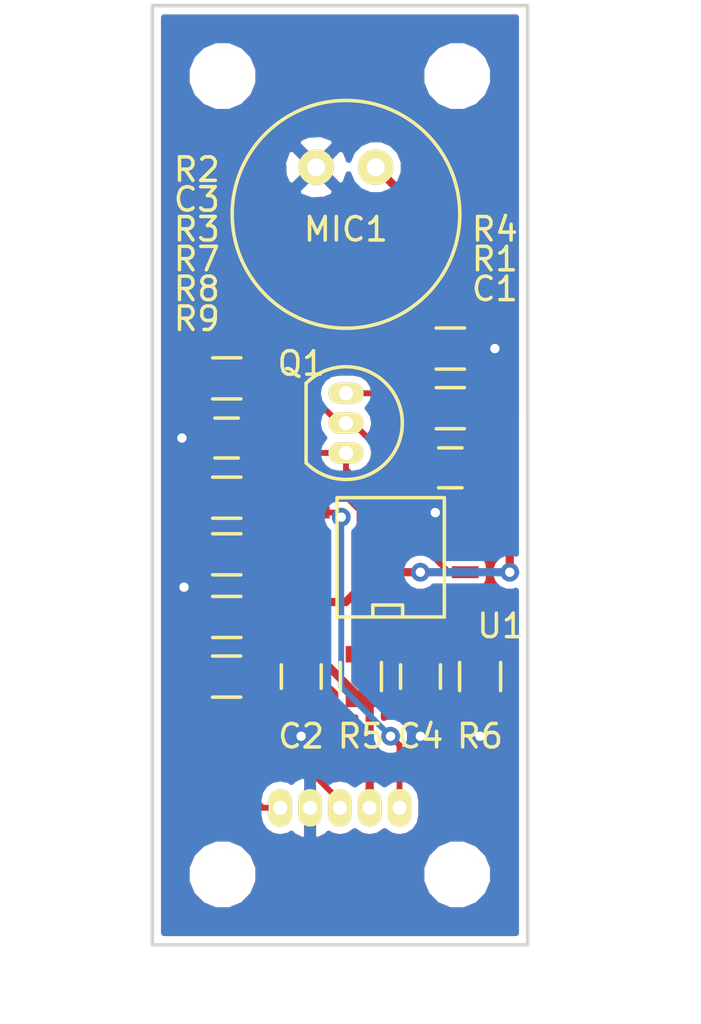
<source format=kicad_pcb>
(kicad_pcb (version 4) (host pcbnew "(2016-07-02 BZR 6962)-product")

  (general
    (links 33)
    (no_connects 5)
    (area 42.262857 52.1825 76.250001 98.745001)
    (thickness 1.6)
    (drawings 6)
    (tracks 114)
    (zones 0)
    (modules 21)
    (nets 12)
  )

  (page A4)
  (layers
    (0 F.Cu signal)
    (31 B.Cu signal)
    (32 B.Adhes user)
    (33 F.Adhes user)
    (34 B.Paste user)
    (35 F.Paste user)
    (36 B.SilkS user)
    (37 F.SilkS user)
    (38 B.Mask user)
    (39 F.Mask user)
    (40 Dwgs.User user)
    (41 Cmts.User user)
    (42 Eco1.User user)
    (43 Eco2.User user)
    (44 Edge.Cuts user)
    (45 Margin user)
    (46 B.CrtYd user)
    (47 F.CrtYd user)
    (48 B.Fab user)
    (49 F.Fab user)
  )

  (setup
    (last_trace_width 0.35)
    (user_trace_width 0.25)
    (user_trace_width 0.35)
    (trace_clearance 0.2)
    (zone_clearance 0.3)
    (zone_45_only no)
    (trace_min 0.15)
    (segment_width 0.2)
    (edge_width 0.15)
    (via_size 0.8)
    (via_drill 0.4)
    (via_min_size 0.4)
    (via_min_drill 0.3)
    (uvia_size 0.3)
    (uvia_drill 0.1)
    (uvias_allowed no)
    (uvia_min_size 0)
    (uvia_min_drill 0)
    (pcb_text_width 0.3)
    (pcb_text_size 1.5 1.5)
    (mod_edge_width 0.15)
    (mod_text_size 1 1)
    (mod_text_width 0.15)
    (pad_size 1.524 1.524)
    (pad_drill 0.762)
    (pad_to_mask_clearance 0.2)
    (aux_axis_origin 0 0)
    (visible_elements FFFEFF7F)
    (pcbplotparams
      (layerselection 0x00030_ffffffff)
      (usegerberextensions false)
      (excludeedgelayer true)
      (linewidth 0.100000)
      (plotframeref false)
      (viasonmask false)
      (mode 1)
      (useauxorigin false)
      (hpglpennumber 1)
      (hpglpenspeed 20)
      (hpglpendiameter 15)
      (psnegative false)
      (psa4output false)
      (plotreference true)
      (plotvalue true)
      (plotinvisibletext false)
      (padsonsilk false)
      (subtractmaskfromsilk false)
      (outputformat 1)
      (mirror false)
      (drillshape 1)
      (scaleselection 1)
      (outputdirectory ""))
  )

  (net 0 "")
  (net 1 /CLK)
  (net 2 GND)
  (net 3 /DATA)
  (net 4 VCC)
  (net 5 //CS)
  (net 6 "Net-(C1-Pad2)")
  (net 7 "Net-(C1-Pad1)")
  (net 8 /Ampout)
  (net 9 "Net-(Q1-Pad1)")
  (net 10 /Vref)
  (net 11 "Net-(R9-Pad2)")

  (net_class Default "This is the default net class."
    (clearance 0.2)
    (trace_width 0.25)
    (via_dia 0.8)
    (via_drill 0.4)
    (uvia_dia 0.3)
    (uvia_drill 0.1)
    (add_net //CS)
    (add_net /Ampout)
    (add_net /CLK)
    (add_net /DATA)
    (add_net /Vref)
    (add_net GND)
    (add_net "Net-(C1-Pad1)")
    (add_net "Net-(C1-Pad2)")
    (add_net "Net-(Q1-Pad1)")
    (add_net "Net-(R9-Pad2)")
    (add_net VCC)
  )

  (module Mounting_Holes:MountingHole_2.2mm_M2 (layer F.Cu) (tedit 577A9069) (tstamp 577A892E)
    (at 61.895 90.34)
    (descr "Mounting Hole 2.2mm, no annular, M2")
    (tags "mounting hole 2.2mm no annular m2")
    (fp_text reference REF** (at 0 -3.2) (layer F.SilkS) hide
      (effects (font (size 1 1) (thickness 0.15)))
    )
    (fp_text value MountingHole_2.2mm_M2 (at 0 3.2) (layer F.Fab)
      (effects (font (size 1 1) (thickness 0.15)))
    )
    (fp_circle (center 0 0) (end 2.2 0) (layer Cmts.User) (width 0.15))
    (fp_circle (center 0 0) (end 2.45 0) (layer F.CrtYd) (width 0.05))
    (pad 1 np_thru_hole circle (at 0 0) (size 2.2 2.2) (drill 2.2) (layers *.Cu *.Mask F.SilkS))
  )

  (module Mounting_Holes:MountingHole_2.2mm_M2 (layer F.Cu) (tedit 577A906C) (tstamp 577A892A)
    (at 51.895 90.34)
    (descr "Mounting Hole 2.2mm, no annular, M2")
    (tags "mounting hole 2.2mm no annular m2")
    (fp_text reference REF** (at 0 -3.2) (layer F.SilkS) hide
      (effects (font (size 1 1) (thickness 0.15)))
    )
    (fp_text value MountingHole_2.2mm_M2 (at 0 3.2) (layer F.Fab)
      (effects (font (size 1 1) (thickness 0.15)))
    )
    (fp_circle (center 0 0) (end 2.2 0) (layer Cmts.User) (width 0.15))
    (fp_circle (center 0 0) (end 2.45 0) (layer F.CrtYd) (width 0.05))
    (pad 1 np_thru_hole circle (at 0 0) (size 2.2 2.2) (drill 2.2) (layers *.Cu *.Mask F.SilkS))
  )

  (module Mounting_Holes:MountingHole_2.2mm_M2 (layer F.Cu) (tedit 577A9080) (tstamp 577A87FA)
    (at 51.895 56.34)
    (descr "Mounting Hole 2.2mm, no annular, M2")
    (tags "mounting hole 2.2mm no annular m2")
    (fp_text reference REF** (at 0 -3.2) (layer F.SilkS) hide
      (effects (font (size 1 1) (thickness 0.15)))
    )
    (fp_text value MountingHole_2.2mm_M2 (at 0 3.2) (layer F.Fab)
      (effects (font (size 1 1) (thickness 0.15)))
    )
    (fp_circle (center 0 0) (end 2.2 0) (layer Cmts.User) (width 0.15))
    (fp_circle (center 0 0) (end 2.45 0) (layer F.CrtYd) (width 0.05))
    (pad 1 np_thru_hole circle (at 0 0) (size 2.2 2.2) (drill 2.2) (layers *.Cu *.Mask F.SilkS))
  )

  (module custom_footprints:direct_ribbon_01x05 (layer F.Cu) (tedit 577A9070) (tstamp 577A7892)
    (at 56.896 87.503)
    (path /5779C493)
    (fp_text reference P1 (at 0 2.54) (layer F.SilkS) hide
      (effects (font (size 1 1) (thickness 0.15)))
    )
    (fp_text value CONN_01X05 (at 0 -2.54) (layer F.Fab)
      (effects (font (size 1 1) (thickness 0.15)))
    )
    (pad 1 thru_hole oval (at -2.54 0) (size 1 1.6) (drill 0.6) (layers *.Cu *.Mask F.SilkS)
      (net 1 /CLK))
    (pad 2 thru_hole oval (at -1.27 0) (size 1 1.6) (drill 0.6) (layers *.Cu *.Mask F.SilkS)
      (net 2 GND))
    (pad 3 thru_hole oval (at 0 0) (size 1 1.6) (drill 0.6) (layers *.Cu *.Mask F.SilkS)
      (net 3 /DATA))
    (pad 4 thru_hole oval (at 1.27 0) (size 1 1.6) (drill 0.6) (layers *.Cu *.Mask F.SilkS)
      (net 4 VCC))
    (pad 5 thru_hole oval (at 2.54 0) (size 1 1.6) (drill 0.6) (layers *.Cu *.Mask F.SilkS)
      (net 5 //CS))
  )

  (module custom_footprints:Microphone9.7mm (layer F.Cu) (tedit 5779B3C5) (tstamp 577A78A8)
    (at 57.156 62.2289 270)
    (path /5779B4C1)
    (fp_text reference MIC1 (at 0.6361 0.006 360) (layer F.SilkS)
      (effects (font (size 1 1) (thickness 0.15)))
    )
    (fp_text value CONN_02X01 (at 0 -6.35 270) (layer F.Fab)
      (effects (font (size 1 1) (thickness 0.15)))
    )
    (fp_circle (center 0 0) (end 4.85 0) (layer F.SilkS) (width 0.15))
    (pad 1 thru_hole circle (at -2.0066 -1.27 270) (size 1.524 1.524) (drill 0.762) (layers *.Cu *.Mask F.SilkS)
      (net 6 "Net-(C1-Pad2)"))
    (pad 2 thru_hole circle (at -2.0066 1.27 270) (size 1.524 1.524) (drill 0.762) (layers *.Cu *.Mask F.SilkS)
      (net 2 GND))
  )

  (module TO_SOT_Packages_THT:TO-92_Inline_Narrow_Oval (layer F.Cu) (tedit 54F24281) (tstamp 577A78B9)
    (at 57.156 69.8489 270)
    (descr "TO-92 leads in-line, narrow, oval pads, drill 0.6mm (see NXP sot054_po.pdf)")
    (tags "to-92 sc-43 sc-43a sot54 PA33 transistor")
    (path /5779B72D)
    (fp_text reference Q1 (at -1.2689 1.911 360) (layer F.SilkS)
      (effects (font (size 1 1) (thickness 0.15)))
    )
    (fp_text value C945 (at 0 3 270) (layer F.Fab)
      (effects (font (size 1 1) (thickness 0.15)))
    )
    (fp_line (start -1.4 1.95) (end -1.4 -2.65) (layer F.CrtYd) (width 0.05))
    (fp_line (start -1.4 1.95) (end 3.95 1.95) (layer F.CrtYd) (width 0.05))
    (fp_line (start -0.43 1.7) (end 2.97 1.7) (layer F.SilkS) (width 0.15))
    (fp_arc (start 1.27 0) (end 1.27 -2.4) (angle -135) (layer F.SilkS) (width 0.15))
    (fp_arc (start 1.27 0) (end 1.27 -2.4) (angle 135) (layer F.SilkS) (width 0.15))
    (fp_line (start -1.4 -2.65) (end 3.95 -2.65) (layer F.CrtYd) (width 0.05))
    (fp_line (start 3.95 1.95) (end 3.95 -2.65) (layer F.CrtYd) (width 0.05))
    (pad 2 thru_hole oval (at 1.27 0 90) (size 0.89916 1.50114) (drill 0.6) (layers *.Cu *.Mask F.SilkS)
      (net 7 "Net-(C1-Pad1)"))
    (pad 3 thru_hole oval (at 2.54 0 90) (size 0.89916 1.50114) (drill 0.6) (layers *.Cu *.Mask F.SilkS)
      (net 8 /Ampout))
    (pad 1 thru_hole oval (at 0 0 90) (size 0.89916 1.50114) (drill 0.6) (layers *.Cu *.Mask F.SilkS)
      (net 9 "Net-(Q1-Pad1)"))
    (model TO_SOT_Packages_THT.3dshapes/TO-92_Inline_Narrow_Oval.wrl
      (at (xyz 0.05 0 0))
      (scale (xyz 1 1 1))
      (rotate (xyz 0 0 -90))
    )
  )

  (module SMD_Packages:SOIC-8-N (layer F.Cu) (tedit 0) (tstamp 577A78D1)
    (at 59.061 76.8339 90)
    (descr "Module Narrow CMS SOJ 8 pins large")
    (tags "CMS SOJ")
    (path /5779EA38)
    (attr smd)
    (fp_text reference U1 (at -2.9221 4.693 180) (layer F.SilkS)
      (effects (font (size 1 1) (thickness 0.15)))
    )
    (fp_text value LC549C (at 0 1.27 90) (layer F.Fab)
      (effects (font (size 1 1) (thickness 0.15)))
    )
    (fp_line (start -2.54 -2.286) (end 2.54 -2.286) (layer F.SilkS) (width 0.15))
    (fp_line (start 2.54 -2.286) (end 2.54 2.286) (layer F.SilkS) (width 0.15))
    (fp_line (start 2.54 2.286) (end -2.54 2.286) (layer F.SilkS) (width 0.15))
    (fp_line (start -2.54 2.286) (end -2.54 -2.286) (layer F.SilkS) (width 0.15))
    (fp_line (start -2.54 -0.762) (end -2.032 -0.762) (layer F.SilkS) (width 0.15))
    (fp_line (start -2.032 -0.762) (end -2.032 0.508) (layer F.SilkS) (width 0.15))
    (fp_line (start -2.032 0.508) (end -2.54 0.508) (layer F.SilkS) (width 0.15))
    (pad 8 smd rect (at -1.905 -3.175 90) (size 0.508 1.143) (layers F.Cu F.Paste F.Mask)
      (net 4 VCC))
    (pad 7 smd rect (at -0.635 -3.175 90) (size 0.508 1.143) (layers F.Cu F.Paste F.Mask)
      (net 1 /CLK))
    (pad 6 smd rect (at 0.635 -3.175 90) (size 0.508 1.143) (layers F.Cu F.Paste F.Mask)
      (net 11 "Net-(R9-Pad2)"))
    (pad 5 smd rect (at 1.905 -3.175 90) (size 0.508 1.143) (layers F.Cu F.Paste F.Mask)
      (net 5 //CS))
    (pad 4 smd rect (at 1.905 3.175 90) (size 0.508 1.143) (layers F.Cu F.Paste F.Mask)
      (net 2 GND))
    (pad 3 smd rect (at 0.635 3.175 90) (size 0.508 1.143) (layers F.Cu F.Paste F.Mask)
      (net 2 GND))
    (pad 2 smd rect (at -0.635 3.175 90) (size 0.508 1.143) (layers F.Cu F.Paste F.Mask)
      (net 8 /Ampout))
    (pad 1 smd rect (at -1.905 3.175 90) (size 0.508 1.143) (layers F.Cu F.Paste F.Mask)
      (net 10 /Vref))
    (model SMD_Packages.3dshapes/SOIC-8-N.wrl
      (at (xyz 0 0 0))
      (scale (xyz 0.5 0.38 0.5))
      (rotate (xyz 0 0 0))
    )
  )

  (module Resistors_SMD:R_0805 (layer F.Cu) (tedit 5415CDEB) (tstamp 577A78ED)
    (at 61.601 70.4839 180)
    (descr "Resistor SMD 0805, reflow soldering, Vishay (see dcrcw.pdf)")
    (tags "resistor 0805")
    (path /5779B93F)
    (attr smd)
    (fp_text reference R1 (at -1.899 6.3489 180) (layer F.SilkS)
      (effects (font (size 1 1) (thickness 0.15)))
    )
    (fp_text value 10k (at 0 2.1 180) (layer F.Fab)
      (effects (font (size 1 1) (thickness 0.15)))
    )
    (fp_line (start -1.6 -1) (end 1.6 -1) (layer F.CrtYd) (width 0.05))
    (fp_line (start -1.6 1) (end 1.6 1) (layer F.CrtYd) (width 0.05))
    (fp_line (start -1.6 -1) (end -1.6 1) (layer F.CrtYd) (width 0.05))
    (fp_line (start 1.6 -1) (end 1.6 1) (layer F.CrtYd) (width 0.05))
    (fp_line (start 0.6 0.875) (end -0.6 0.875) (layer F.SilkS) (width 0.15))
    (fp_line (start -0.6 -0.875) (end 0.6 -0.875) (layer F.SilkS) (width 0.15))
    (pad 1 smd rect (at -0.95 0 180) (size 0.7 1.3) (layers F.Cu F.Paste F.Mask)
      (net 4 VCC))
    (pad 2 smd rect (at 0.95 0 180) (size 0.7 1.3) (layers F.Cu F.Paste F.Mask)
      (net 6 "Net-(C1-Pad2)"))
    (model Resistors_SMD.3dshapes/R_0805.wrl
      (at (xyz 0 0 0))
      (scale (xyz 1 1 1))
      (rotate (xyz 0 0 0))
    )
  )

  (module Resistors_SMD:R_0805 (layer F.Cu) (tedit 5415CDEB) (tstamp 577A78FD)
    (at 52.076 69.2139 180)
    (descr "Resistor SMD 0805, reflow soldering, Vishay (see dcrcw.pdf)")
    (tags "resistor 0805")
    (path /5779B7C7)
    (attr smd)
    (fp_text reference R2 (at 1.276 8.8889 180) (layer F.SilkS)
      (effects (font (size 1 1) (thickness 0.15)))
    )
    (fp_text value 100k (at 0 2.1 180) (layer F.Fab)
      (effects (font (size 1 1) (thickness 0.15)))
    )
    (fp_line (start -1.6 -1) (end 1.6 -1) (layer F.CrtYd) (width 0.05))
    (fp_line (start -1.6 1) (end 1.6 1) (layer F.CrtYd) (width 0.05))
    (fp_line (start -1.6 -1) (end -1.6 1) (layer F.CrtYd) (width 0.05))
    (fp_line (start 1.6 -1) (end 1.6 1) (layer F.CrtYd) (width 0.05))
    (fp_line (start 0.6 0.875) (end -0.6 0.875) (layer F.SilkS) (width 0.15))
    (fp_line (start -0.6 -0.875) (end 0.6 -0.875) (layer F.SilkS) (width 0.15))
    (pad 1 smd rect (at -0.95 0 180) (size 0.7 1.3) (layers F.Cu F.Paste F.Mask)
      (net 8 /Ampout))
    (pad 2 smd rect (at 0.95 0 180) (size 0.7 1.3) (layers F.Cu F.Paste F.Mask)
      (net 7 "Net-(C1-Pad1)"))
    (model Resistors_SMD.3dshapes/R_0805.wrl
      (at (xyz 0 0 0))
      (scale (xyz 1 1 1))
      (rotate (xyz 0 0 0))
    )
  )

  (module Resistors_SMD:R_0805 (layer F.Cu) (tedit 5415CDEB) (tstamp 577A790D)
    (at 52.076 74.295 180)
    (descr "Resistor SMD 0805, reflow soldering, Vishay (see dcrcw.pdf)")
    (tags "resistor 0805")
    (path /5779B890)
    (attr smd)
    (fp_text reference R3 (at 1.276 11.43 180) (layer F.SilkS)
      (effects (font (size 1 1) (thickness 0.15)))
    )
    (fp_text value 10k (at 0 2.1 180) (layer F.Fab)
      (effects (font (size 1 1) (thickness 0.15)))
    )
    (fp_line (start -1.6 -1) (end 1.6 -1) (layer F.CrtYd) (width 0.05))
    (fp_line (start -1.6 1) (end 1.6 1) (layer F.CrtYd) (width 0.05))
    (fp_line (start -1.6 -1) (end -1.6 1) (layer F.CrtYd) (width 0.05))
    (fp_line (start 1.6 -1) (end 1.6 1) (layer F.CrtYd) (width 0.05))
    (fp_line (start 0.6 0.875) (end -0.6 0.875) (layer F.SilkS) (width 0.15))
    (fp_line (start -0.6 -0.875) (end 0.6 -0.875) (layer F.SilkS) (width 0.15))
    (pad 1 smd rect (at -0.95 0 180) (size 0.7 1.3) (layers F.Cu F.Paste F.Mask)
      (net 4 VCC))
    (pad 2 smd rect (at 0.95 0 180) (size 0.7 1.3) (layers F.Cu F.Paste F.Mask)
      (net 8 /Ampout))
    (model Resistors_SMD.3dshapes/R_0805.wrl
      (at (xyz 0 0 0))
      (scale (xyz 1 1 1))
      (rotate (xyz 0 0 0))
    )
  )

  (module Resistors_SMD:R_0805 (layer F.Cu) (tedit 5415CDEB) (tstamp 577A791D)
    (at 61.601 67.9439)
    (descr "Resistor SMD 0805, reflow soldering, Vishay (see dcrcw.pdf)")
    (tags "resistor 0805")
    (path /5779BA44)
    (attr smd)
    (fp_text reference R4 (at 1.899 -5.0789) (layer F.SilkS)
      (effects (font (size 1 1) (thickness 0.15)))
    )
    (fp_text value 20R (at 0 2.1) (layer F.Fab)
      (effects (font (size 1 1) (thickness 0.15)))
    )
    (fp_line (start -1.6 -1) (end 1.6 -1) (layer F.CrtYd) (width 0.05))
    (fp_line (start -1.6 1) (end 1.6 1) (layer F.CrtYd) (width 0.05))
    (fp_line (start -1.6 -1) (end -1.6 1) (layer F.CrtYd) (width 0.05))
    (fp_line (start 1.6 -1) (end 1.6 1) (layer F.CrtYd) (width 0.05))
    (fp_line (start 0.6 0.875) (end -0.6 0.875) (layer F.SilkS) (width 0.15))
    (fp_line (start -0.6 -0.875) (end 0.6 -0.875) (layer F.SilkS) (width 0.15))
    (pad 1 smd rect (at -0.95 0) (size 0.7 1.3) (layers F.Cu F.Paste F.Mask)
      (net 9 "Net-(Q1-Pad1)"))
    (pad 2 smd rect (at 0.95 0) (size 0.7 1.3) (layers F.Cu F.Paste F.Mask)
      (net 2 GND))
    (model Resistors_SMD.3dshapes/R_0805.wrl
      (at (xyz 0 0 0))
      (scale (xyz 1 1 1))
      (rotate (xyz 0 0 0))
    )
  )

  (module Resistors_SMD:R_0805 (layer F.Cu) (tedit 5415CDEB) (tstamp 577A792D)
    (at 57.791 81.9139 90)
    (descr "Resistor SMD 0805, reflow soldering, Vishay (see dcrcw.pdf)")
    (tags "resistor 0805")
    (path /5779D0AF)
    (attr smd)
    (fp_text reference R5 (at -2.5411 -0.006 180) (layer F.SilkS)
      (effects (font (size 1 1) (thickness 0.15)))
    )
    (fp_text value 15k (at 0 2.1 90) (layer F.Fab)
      (effects (font (size 1 1) (thickness 0.15)))
    )
    (fp_line (start -1.6 -1) (end 1.6 -1) (layer F.CrtYd) (width 0.05))
    (fp_line (start -1.6 1) (end 1.6 1) (layer F.CrtYd) (width 0.05))
    (fp_line (start -1.6 -1) (end -1.6 1) (layer F.CrtYd) (width 0.05))
    (fp_line (start 1.6 -1) (end 1.6 1) (layer F.CrtYd) (width 0.05))
    (fp_line (start 0.6 0.875) (end -0.6 0.875) (layer F.SilkS) (width 0.15))
    (fp_line (start -0.6 -0.875) (end 0.6 -0.875) (layer F.SilkS) (width 0.15))
    (pad 1 smd rect (at -0.95 0 90) (size 0.7 1.3) (layers F.Cu F.Paste F.Mask)
      (net 4 VCC))
    (pad 2 smd rect (at 0.95 0 90) (size 0.7 1.3) (layers F.Cu F.Paste F.Mask)
      (net 10 /Vref))
    (model Resistors_SMD.3dshapes/R_0805.wrl
      (at (xyz 0 0 0))
      (scale (xyz 1 1 1))
      (rotate (xyz 0 0 0))
    )
  )

  (module Resistors_SMD:R_0805 (layer F.Cu) (tedit 5415CDEB) (tstamp 577A793D)
    (at 62.871 81.9139 270)
    (descr "Resistor SMD 0805, reflow soldering, Vishay (see dcrcw.pdf)")
    (tags "resistor 0805")
    (path /5779D14A)
    (attr smd)
    (fp_text reference R6 (at 2.5411 0.006 360) (layer F.SilkS)
      (effects (font (size 1 1) (thickness 0.15)))
    )
    (fp_text value 10k (at 0 2.1 270) (layer F.Fab)
      (effects (font (size 1 1) (thickness 0.15)))
    )
    (fp_line (start -1.6 -1) (end 1.6 -1) (layer F.CrtYd) (width 0.05))
    (fp_line (start -1.6 1) (end 1.6 1) (layer F.CrtYd) (width 0.05))
    (fp_line (start -1.6 -1) (end -1.6 1) (layer F.CrtYd) (width 0.05))
    (fp_line (start 1.6 -1) (end 1.6 1) (layer F.CrtYd) (width 0.05))
    (fp_line (start 0.6 0.875) (end -0.6 0.875) (layer F.SilkS) (width 0.15))
    (fp_line (start -0.6 -0.875) (end 0.6 -0.875) (layer F.SilkS) (width 0.15))
    (pad 1 smd rect (at -0.95 0 270) (size 0.7 1.3) (layers F.Cu F.Paste F.Mask)
      (net 10 /Vref))
    (pad 2 smd rect (at 0.95 0 270) (size 0.7 1.3) (layers F.Cu F.Paste F.Mask)
      (net 2 GND))
    (model Resistors_SMD.3dshapes/R_0805.wrl
      (at (xyz 0 0 0))
      (scale (xyz 1 1 1))
      (rotate (xyz 0 0 0))
    )
  )

  (module Capacitors_SMD:C_0805 (layer F.Cu) (tedit 5415D6EA) (tstamp 577A794D)
    (at 61.601 73.0239)
    (descr "Capacitor SMD 0805, reflow soldering, AVX (see smccp.pdf)")
    (tags "capacitor 0805")
    (path /5779B69C)
    (attr smd)
    (fp_text reference C1 (at 1.899 -7.6189) (layer F.SilkS)
      (effects (font (size 1 1) (thickness 0.15)))
    )
    (fp_text value 1uF (at 0 2.1) (layer F.Fab)
      (effects (font (size 1 1) (thickness 0.15)))
    )
    (fp_line (start -1.8 -1) (end 1.8 -1) (layer F.CrtYd) (width 0.05))
    (fp_line (start -1.8 1) (end 1.8 1) (layer F.CrtYd) (width 0.05))
    (fp_line (start -1.8 -1) (end -1.8 1) (layer F.CrtYd) (width 0.05))
    (fp_line (start 1.8 -1) (end 1.8 1) (layer F.CrtYd) (width 0.05))
    (fp_line (start 0.5 -0.85) (end -0.5 -0.85) (layer F.SilkS) (width 0.15))
    (fp_line (start -0.5 0.85) (end 0.5 0.85) (layer F.SilkS) (width 0.15))
    (pad 1 smd rect (at -1 0) (size 1 1.25) (layers F.Cu F.Paste F.Mask)
      (net 7 "Net-(C1-Pad1)"))
    (pad 2 smd rect (at 1 0) (size 1 1.25) (layers F.Cu F.Paste F.Mask)
      (net 6 "Net-(C1-Pad2)"))
    (model Capacitors_SMD.3dshapes/C_0805.wrl
      (at (xyz 0 0 0))
      (scale (xyz 1 1 1))
      (rotate (xyz 0 0 0))
    )
  )

  (module Capacitors_SMD:C_0805 (layer F.Cu) (tedit 5415D6EA) (tstamp 577A795D)
    (at 55.251 81.9139 90)
    (descr "Capacitor SMD 0805, reflow soldering, AVX (see smccp.pdf)")
    (tags "capacitor 0805")
    (path /5779C8E0)
    (attr smd)
    (fp_text reference C2 (at -2.5411 -0.006 180) (layer F.SilkS)
      (effects (font (size 1 1) (thickness 0.15)))
    )
    (fp_text value 1uF (at 0 2.1 90) (layer F.Fab)
      (effects (font (size 1 1) (thickness 0.15)))
    )
    (fp_line (start -1.8 -1) (end 1.8 -1) (layer F.CrtYd) (width 0.05))
    (fp_line (start -1.8 1) (end 1.8 1) (layer F.CrtYd) (width 0.05))
    (fp_line (start -1.8 -1) (end -1.8 1) (layer F.CrtYd) (width 0.05))
    (fp_line (start 1.8 -1) (end 1.8 1) (layer F.CrtYd) (width 0.05))
    (fp_line (start 0.5 -0.85) (end -0.5 -0.85) (layer F.SilkS) (width 0.15))
    (fp_line (start -0.5 0.85) (end 0.5 0.85) (layer F.SilkS) (width 0.15))
    (pad 1 smd rect (at -1 0 90) (size 1 1.25) (layers F.Cu F.Paste F.Mask)
      (net 2 GND))
    (pad 2 smd rect (at 1 0 90) (size 1 1.25) (layers F.Cu F.Paste F.Mask)
      (net 4 VCC))
    (model Capacitors_SMD.3dshapes/C_0805.wrl
      (at (xyz 0 0 0))
      (scale (xyz 1 1 1))
      (rotate (xyz 0 0 0))
    )
  )

  (module Capacitors_SMD:C_0805 (layer F.Cu) (tedit 5415D6EA) (tstamp 577A796D)
    (at 52.07 71.755)
    (descr "Capacitor SMD 0805, reflow soldering, AVX (see smccp.pdf)")
    (tags "capacitor 0805")
    (path /5779BDD4)
    (attr smd)
    (fp_text reference C3 (at -1.27 -10.16) (layer F.SilkS)
      (effects (font (size 1 1) (thickness 0.15)))
    )
    (fp_text value 1nF (at 0 2.1) (layer F.Fab)
      (effects (font (size 1 1) (thickness 0.15)))
    )
    (fp_line (start -1.8 -1) (end 1.8 -1) (layer F.CrtYd) (width 0.05))
    (fp_line (start -1.8 1) (end 1.8 1) (layer F.CrtYd) (width 0.05))
    (fp_line (start -1.8 -1) (end -1.8 1) (layer F.CrtYd) (width 0.05))
    (fp_line (start 1.8 -1) (end 1.8 1) (layer F.CrtYd) (width 0.05))
    (fp_line (start 0.5 -0.85) (end -0.5 -0.85) (layer F.SilkS) (width 0.15))
    (fp_line (start -0.5 0.85) (end 0.5 0.85) (layer F.SilkS) (width 0.15))
    (pad 1 smd rect (at -1 0) (size 1 1.25) (layers F.Cu F.Paste F.Mask)
      (net 2 GND))
    (pad 2 smd rect (at 1 0) (size 1 1.25) (layers F.Cu F.Paste F.Mask)
      (net 8 /Ampout))
    (model Capacitors_SMD.3dshapes/C_0805.wrl
      (at (xyz 0 0 0))
      (scale (xyz 1 1 1))
      (rotate (xyz 0 0 0))
    )
  )

  (module Capacitors_SMD:C_0805 (layer F.Cu) (tedit 5415D6EA) (tstamp 577A797D)
    (at 60.331 81.9139 90)
    (descr "Capacitor SMD 0805, reflow soldering, AVX (see smccp.pdf)")
    (tags "capacitor 0805")
    (path /5779D303)
    (attr smd)
    (fp_text reference C4 (at -2.5411 -0.006 180) (layer F.SilkS)
      (effects (font (size 1 1) (thickness 0.15)))
    )
    (fp_text value 1uF (at 0 2.1 90) (layer F.Fab)
      (effects (font (size 1 1) (thickness 0.15)))
    )
    (fp_line (start -1.8 -1) (end 1.8 -1) (layer F.CrtYd) (width 0.05))
    (fp_line (start -1.8 1) (end 1.8 1) (layer F.CrtYd) (width 0.05))
    (fp_line (start -1.8 -1) (end -1.8 1) (layer F.CrtYd) (width 0.05))
    (fp_line (start 1.8 -1) (end 1.8 1) (layer F.CrtYd) (width 0.05))
    (fp_line (start 0.5 -0.85) (end -0.5 -0.85) (layer F.SilkS) (width 0.15))
    (fp_line (start -0.5 0.85) (end 0.5 0.85) (layer F.SilkS) (width 0.15))
    (pad 1 smd rect (at -1 0 90) (size 1 1.25) (layers F.Cu F.Paste F.Mask)
      (net 2 GND))
    (pad 2 smd rect (at 1 0 90) (size 1 1.25) (layers F.Cu F.Paste F.Mask)
      (net 10 /Vref))
    (model Capacitors_SMD.3dshapes/C_0805.wrl
      (at (xyz 0 0 0))
      (scale (xyz 1 1 1))
      (rotate (xyz 0 0 0))
    )
  )

  (module Resistors_SMD:R_0805 (layer F.Cu) (tedit 5415CDEB) (tstamp 577A7D36)
    (at 52.076 76.7069 180)
    (descr "Resistor SMD 0805, reflow soldering, Vishay (see dcrcw.pdf)")
    (tags "resistor 0805")
    (path /577A8518)
    (attr smd)
    (fp_text reference R7 (at 1.276 12.5719 180) (layer F.SilkS)
      (effects (font (size 1 1) (thickness 0.15)))
    )
    (fp_text value 1k (at 0 2.1 180) (layer F.Fab)
      (effects (font (size 1 1) (thickness 0.15)))
    )
    (fp_line (start -1.6 -1) (end 1.6 -1) (layer F.CrtYd) (width 0.05))
    (fp_line (start -1.6 1) (end 1.6 1) (layer F.CrtYd) (width 0.05))
    (fp_line (start -1.6 -1) (end -1.6 1) (layer F.CrtYd) (width 0.05))
    (fp_line (start 1.6 -1) (end 1.6 1) (layer F.CrtYd) (width 0.05))
    (fp_line (start 0.6 0.875) (end -0.6 0.875) (layer F.SilkS) (width 0.15))
    (fp_line (start -0.6 -0.875) (end 0.6 -0.875) (layer F.SilkS) (width 0.15))
    (pad 1 smd rect (at -0.95 0 180) (size 0.7 1.3) (layers F.Cu F.Paste F.Mask)
      (net 5 //CS))
    (pad 2 smd rect (at 0.95 0 180) (size 0.7 1.3) (layers F.Cu F.Paste F.Mask)
      (net 2 GND))
    (model Resistors_SMD.3dshapes/R_0805.wrl
      (at (xyz 0 0 0))
      (scale (xyz 1 1 1))
      (rotate (xyz 0 0 0))
    )
  )

  (module Resistors_SMD:R_0805 (layer F.Cu) (tedit 5415CDEB) (tstamp 577A7D3C)
    (at 52.076 79.375 180)
    (descr "Resistor SMD 0805, reflow soldering, Vishay (see dcrcw.pdf)")
    (tags "resistor 0805")
    (path /577A82C6)
    (attr smd)
    (fp_text reference R8 (at 1.276 13.97 180) (layer F.SilkS)
      (effects (font (size 1 1) (thickness 0.15)))
    )
    (fp_text value 1k (at 0 2.1 180) (layer F.Fab)
      (effects (font (size 1 1) (thickness 0.15)))
    )
    (fp_line (start -1.6 -1) (end 1.6 -1) (layer F.CrtYd) (width 0.05))
    (fp_line (start -1.6 1) (end 1.6 1) (layer F.CrtYd) (width 0.05))
    (fp_line (start -1.6 -1) (end -1.6 1) (layer F.CrtYd) (width 0.05))
    (fp_line (start 1.6 -1) (end 1.6 1) (layer F.CrtYd) (width 0.05))
    (fp_line (start 0.6 0.875) (end -0.6 0.875) (layer F.SilkS) (width 0.15))
    (fp_line (start -0.6 -0.875) (end 0.6 -0.875) (layer F.SilkS) (width 0.15))
    (pad 1 smd rect (at -0.95 0 180) (size 0.7 1.3) (layers F.Cu F.Paste F.Mask)
      (net 1 /CLK))
    (pad 2 smd rect (at 0.95 0 180) (size 0.7 1.3) (layers F.Cu F.Paste F.Mask)
      (net 2 GND))
    (model Resistors_SMD.3dshapes/R_0805.wrl
      (at (xyz 0 0 0))
      (scale (xyz 1 1 1))
      (rotate (xyz 0 0 0))
    )
  )

  (module Resistors_SMD:R_0805 (layer F.Cu) (tedit 5415CDEB) (tstamp 577A7D42)
    (at 52.07 81.915 180)
    (descr "Resistor SMD 0805, reflow soldering, Vishay (see dcrcw.pdf)")
    (tags "resistor 0805")
    (path /577A8125)
    (attr smd)
    (fp_text reference R9 (at 1.27 15.24 180) (layer F.SilkS)
      (effects (font (size 1 1) (thickness 0.15)))
    )
    (fp_text value 100R (at 0 2.1 180) (layer F.Fab)
      (effects (font (size 1 1) (thickness 0.15)))
    )
    (fp_line (start -1.6 -1) (end 1.6 -1) (layer F.CrtYd) (width 0.05))
    (fp_line (start -1.6 1) (end 1.6 1) (layer F.CrtYd) (width 0.05))
    (fp_line (start -1.6 -1) (end -1.6 1) (layer F.CrtYd) (width 0.05))
    (fp_line (start 1.6 -1) (end 1.6 1) (layer F.CrtYd) (width 0.05))
    (fp_line (start 0.6 0.875) (end -0.6 0.875) (layer F.SilkS) (width 0.15))
    (fp_line (start -0.6 -0.875) (end 0.6 -0.875) (layer F.SilkS) (width 0.15))
    (pad 1 smd rect (at -0.95 0 180) (size 0.7 1.3) (layers F.Cu F.Paste F.Mask)
      (net 3 /DATA))
    (pad 2 smd rect (at 0.95 0 180) (size 0.7 1.3) (layers F.Cu F.Paste F.Mask)
      (net 11 "Net-(R9-Pad2)"))
    (model Resistors_SMD.3dshapes/R_0805.wrl
      (at (xyz 0 0 0))
      (scale (xyz 1 1 1))
      (rotate (xyz 0 0 0))
    )
  )

  (module Mounting_Holes:MountingHole_2.2mm_M2 (layer F.Cu) (tedit 577A907D) (tstamp 577A87F8)
    (at 61.895 56.34)
    (descr "Mounting Hole 2.2mm, no annular, M2")
    (tags "mounting hole 2.2mm no annular m2")
    (fp_text reference REF** (at 0 -3.2) (layer F.SilkS) hide
      (effects (font (size 1 1) (thickness 0.15)))
    )
    (fp_text value MountingHole_2.2mm_M2 (at 0 3.2) (layer F.Fab)
      (effects (font (size 1 1) (thickness 0.15)))
    )
    (fp_circle (center 0 0) (end 2.2 0) (layer Cmts.User) (width 0.15))
    (fp_circle (center 0 0) (end 2.45 0) (layer F.CrtYd) (width 0.05))
    (pad 1 np_thru_hole circle (at 0 0) (size 2.2 2.2) (drill 2.2) (layers *.Cu *.Mask F.SilkS))
  )

  (dimension 16 (width 0.3) (layer Dwgs.User)
    (gr_text "16.000 mm" (at 57 97.35) (layer Dwgs.User)
      (effects (font (size 1.5 1.5) (thickness 0.3)))
    )
    (feature1 (pts (xy 49 93.5) (xy 49 98.7)))
    (feature2 (pts (xy 65 93.5) (xy 65 98.7)))
    (crossbar (pts (xy 65 96) (xy 49 96)))
    (arrow1a (pts (xy 49 96) (xy 50.126504 95.413579)))
    (arrow1b (pts (xy 49 96) (xy 50.126504 96.586421)))
    (arrow2a (pts (xy 65 96) (xy 63.873496 95.413579)))
    (arrow2b (pts (xy 65 96) (xy 63.873496 96.586421)))
  )
  (dimension 40 (width 0.3) (layer Dwgs.User)
    (gr_text "40.000 mm" (at 69.6 73.25 270) (layer Dwgs.User)
      (effects (font (size 1.5 1.5) (thickness 0.3)))
    )
    (feature1 (pts (xy 65 93.25) (xy 70.95 93.25)))
    (feature2 (pts (xy 65 53.25) (xy 70.95 53.25)))
    (crossbar (pts (xy 68.25 53.25) (xy 68.25 93.25)))
    (arrow1a (pts (xy 68.25 93.25) (xy 67.663579 92.123496)))
    (arrow1b (pts (xy 68.25 93.25) (xy 68.836421 92.123496)))
    (arrow2a (pts (xy 68.25 53.25) (xy 67.663579 54.376504)))
    (arrow2b (pts (xy 68.25 53.25) (xy 68.836421 54.376504)))
  )
  (gr_line (start 48.901 93.3389) (end 48.901 53.3389) (layer Edge.Cuts) (width 0.15))
  (gr_line (start 64.901 93.3389) (end 48.901 93.3389) (layer Edge.Cuts) (width 0.15))
  (gr_line (start 64.901 53.3389) (end 64.901 93.3389) (layer Edge.Cuts) (width 0.15))
  (gr_line (start 48.901 53.3389) (end 64.901 53.3389) (layer Edge.Cuts) (width 0.15))

  (segment (start 54.356 87.503) (end 53.606 87.503) (width 0.25) (layer F.Cu) (net 1))
  (segment (start 53.606 87.503) (end 52.344999 86.241999) (width 0.25) (layer F.Cu) (net 1))
  (segment (start 52.344999 86.241999) (end 52.344999 80.956001) (width 0.25) (layer F.Cu) (net 1))
  (segment (start 52.344999 80.956001) (end 53.026 80.275) (width 0.25) (layer F.Cu) (net 1))
  (segment (start 53.026 80.275) (end 53.026 79.375) (width 0.25) (layer F.Cu) (net 1))
  (segment (start 53.026 79.375) (end 53.6624 79.375) (width 0.25) (layer F.Cu) (net 1))
  (segment (start 53.6624 79.375) (end 55.5685 77.4689) (width 0.25) (layer F.Cu) (net 1))
  (segment (start 55.5685 77.4689) (end 55.886 77.4689) (width 0.25) (layer F.Cu) (net 1))
  (segment (start 62.236 74.9289) (end 60.9611 74.9289) (width 0.25) (layer F.Cu) (net 2))
  (segment (start 60.9611 74.9289) (end 60.96 74.93) (width 0.25) (layer F.Cu) (net 2))
  (via (at 60.96 74.93) (size 0.8) (drill 0.4) (layers F.Cu B.Cu) (net 2))
  (segment (start 62.236 74.9289) (end 62.236 76.1989) (width 0.25) (layer F.Cu) (net 2))
  (segment (start 51.07 71.755) (end 50.165 71.755) (width 0.25) (layer F.Cu) (net 2))
  (via (at 50.165 71.755) (size 0.8) (drill 0.4) (layers F.Cu B.Cu) (net 2))
  (segment (start 51.126 79.375) (end 51.126 78.976) (width 0.25) (layer F.Cu) (net 2))
  (segment (start 51.126 78.976) (end 50.255 78.105) (width 0.25) (layer F.Cu) (net 2))
  (segment (start 51.126 76.7069) (end 51.126 77.234) (width 0.25) (layer F.Cu) (net 2))
  (segment (start 51.126 77.234) (end 50.255 78.105) (width 0.25) (layer F.Cu) (net 2))
  (via (at 50.255 78.105) (size 0.8) (drill 0.4) (layers F.Cu B.Cu) (net 2))
  (segment (start 62.871 82.8639) (end 62.871 84.449) (width 0.25) (layer F.Cu) (net 2))
  (segment (start 62.871 84.449) (end 62.865 84.455) (width 0.25) (layer F.Cu) (net 2))
  (via (at 62.865 84.455) (size 0.8) (drill 0.4) (layers F.Cu B.Cu) (net 2))
  (segment (start 55.251 82.9139) (end 55.251 84.449) (width 0.25) (layer F.Cu) (net 2))
  (segment (start 55.251 84.449) (end 55.245 84.455) (width 0.25) (layer F.Cu) (net 2))
  (via (at 55.245 84.455) (size 0.8) (drill 0.4) (layers F.Cu B.Cu) (net 2))
  (segment (start 60.331 82.9139) (end 60.331 84.449) (width 0.25) (layer F.Cu) (net 2))
  (segment (start 60.331 84.449) (end 60.325 84.455) (width 0.25) (layer F.Cu) (net 2))
  (via (at 60.325 84.455) (size 0.8) (drill 0.4) (layers F.Cu B.Cu) (net 2))
  (segment (start 62.551 67.9439) (end 63.4989 67.9439) (width 0.25) (layer F.Cu) (net 2))
  (segment (start 63.4989 67.9439) (end 63.5 67.945) (width 0.25) (layer F.Cu) (net 2))
  (via (at 63.5 67.945) (size 0.8) (drill 0.4) (layers F.Cu B.Cu) (net 2))
  (segment (start 56.896 87.503) (end 56.896 87.203) (width 0.25) (layer F.Cu) (net 3))
  (segment (start 56.896 87.203) (end 53.02 83.327) (width 0.25) (layer F.Cu) (net 3))
  (segment (start 53.02 83.327) (end 53.02 82.815) (width 0.25) (layer F.Cu) (net 3))
  (segment (start 53.02 82.815) (end 53.02 81.915) (width 0.25) (layer F.Cu) (net 3))
  (segment (start 64.135 77.47) (end 64.135 71.3679) (width 0.35) (layer F.Cu) (net 4))
  (segment (start 64.135 71.3679) (end 63.251 70.4839) (width 0.35) (layer F.Cu) (net 4))
  (segment (start 63.251 70.4839) (end 62.551 70.4839) (width 0.35) (layer F.Cu) (net 4))
  (segment (start 60.325 77.47) (end 64.135 77.47) (width 0.35) (layer B.Cu) (net 4))
  (via (at 64.135 77.47) (size 0.8) (drill 0.4) (layers F.Cu B.Cu) (net 4))
  (segment (start 57.785 77.47) (end 60.325 77.47) (width 0.35) (layer F.Cu) (net 4))
  (via (at 60.325 77.47) (size 0.8) (drill 0.4) (layers F.Cu B.Cu) (net 4))
  (segment (start 57.785 74.808304) (end 57.785 77.47) (width 0.35) (layer F.Cu) (net 4))
  (segment (start 57.785 77.47) (end 57.785 78.105) (width 0.35) (layer F.Cu) (net 4))
  (segment (start 62.551 70.4839) (end 62.551 70.7839) (width 0.35) (layer F.Cu) (net 4))
  (segment (start 57.785 78.105) (end 57.1511 78.7389) (width 0.35) (layer F.Cu) (net 4))
  (segment (start 57.1511 78.7389) (end 55.886 78.7389) (width 0.35) (layer F.Cu) (net 4))
  (segment (start 53.026 74.295) (end 57.271696 74.295) (width 0.35) (layer F.Cu) (net 4))
  (segment (start 57.271696 74.295) (end 57.785 74.808304) (width 0.35) (layer F.Cu) (net 4))
  (segment (start 55.886 78.7389) (end 55.886 80.2789) (width 0.35) (layer F.Cu) (net 4))
  (segment (start 55.886 80.2789) (end 55.251 80.9139) (width 0.35) (layer F.Cu) (net 4))
  (segment (start 55.251 80.9139) (end 55.841 80.9139) (width 0.35) (layer F.Cu) (net 4))
  (segment (start 55.841 80.9139) (end 57.791 82.8639) (width 0.35) (layer F.Cu) (net 4))
  (segment (start 58.166 87.503) (end 58.166 83.2389) (width 0.35) (layer F.Cu) (net 4))
  (segment (start 58.166 83.2389) (end 57.791 82.8639) (width 0.35) (layer F.Cu) (net 4))
  (segment (start 53.026 76.7069) (end 53.7905 76.7069) (width 0.25) (layer F.Cu) (net 5))
  (segment (start 53.7905 76.7069) (end 55.5685 74.9289) (width 0.25) (layer F.Cu) (net 5))
  (segment (start 55.5685 74.9289) (end 55.886 74.9289) (width 0.25) (layer F.Cu) (net 5))
  (segment (start 56.710153 75.125153) (end 56.710153 74.931553) (width 0.25) (layer F.Cu) (net 5))
  (segment (start 56.710153 74.931553) (end 56.7075 74.9289) (width 0.25) (layer F.Cu) (net 5))
  (segment (start 56.7075 74.9289) (end 55.886 74.9289) (width 0.25) (layer F.Cu) (net 5))
  (segment (start 56.954847 75.125153) (end 56.710153 75.125153) (width 0.25) (layer F.Cu) (net 5))
  (segment (start 59.055 84.455) (end 56.954847 82.354847) (width 0.25) (layer B.Cu) (net 5))
  (segment (start 56.954847 82.354847) (end 56.954847 75.125153) (width 0.25) (layer B.Cu) (net 5))
  (via (at 56.954847 75.125153) (size 0.8) (drill 0.4) (layers F.Cu B.Cu) (net 5))
  (segment (start 59.436 87.503) (end 59.436 84.836) (width 0.25) (layer F.Cu) (net 5))
  (segment (start 59.436 84.836) (end 59.055 84.455) (width 0.25) (layer F.Cu) (net 5))
  (via (at 59.055 84.455) (size 0.8) (drill 0.4) (layers F.Cu B.Cu) (net 5))
  (segment (start 62.601 73.0239) (end 62.601 72.4339) (width 0.35) (layer F.Cu) (net 6))
  (segment (start 62.601 72.4339) (end 60.651 70.4839) (width 0.35) (layer F.Cu) (net 6))
  (segment (start 60.651 70.4839) (end 60.651 70.1839) (width 0.35) (layer F.Cu) (net 6))
  (segment (start 60.651 70.1839) (end 61.376001 69.458899) (width 0.35) (layer F.Cu) (net 6))
  (segment (start 61.376001 69.458899) (end 61.376001 63.172301) (width 0.35) (layer F.Cu) (net 6))
  (segment (start 61.376001 63.172301) (end 59.187999 60.984299) (width 0.35) (layer F.Cu) (net 6))
  (segment (start 59.187999 60.984299) (end 58.426 60.2223) (width 0.35) (layer F.Cu) (net 6))
  (segment (start 51.126 69.2139) (end 51.126 68.9139) (width 0.25) (layer F.Cu) (net 7))
  (segment (start 51.126 68.9139) (end 51.801001 68.238899) (width 0.25) (layer F.Cu) (net 7))
  (segment (start 51.801001 68.238899) (end 53.975009 68.238899) (width 0.25) (layer F.Cu) (net 7))
  (segment (start 53.975009 68.238899) (end 56.85501 71.1189) (width 0.25) (layer F.Cu) (net 7))
  (segment (start 56.85501 71.1189) (end 57.156 71.1189) (width 0.25) (layer F.Cu) (net 7))
  (segment (start 60.601 73.0239) (end 59.36199 73.0239) (width 0.25) (layer F.Cu) (net 7))
  (segment (start 59.36199 73.0239) (end 57.45699 71.1189) (width 0.25) (layer F.Cu) (net 7))
  (segment (start 57.45699 71.1189) (end 57.156 71.1189) (width 0.25) (layer F.Cu) (net 7))
  (segment (start 51.126 74.295) (end 51.126 73.824) (width 0.25) (layer F.Cu) (net 8))
  (segment (start 51.126 73.824) (end 53.07 71.88) (width 0.25) (layer F.Cu) (net 8))
  (segment (start 53.07 71.88) (end 53.07 71.755) (width 0.25) (layer F.Cu) (net 8))
  (segment (start 53.026 71.799) (end 53.07 71.755) (width 0.25) (layer F.Cu) (net 8))
  (segment (start 53.026 69.2139) (end 53.026 71.711) (width 0.25) (layer F.Cu) (net 8))
  (segment (start 53.026 71.711) (end 53.07 71.755) (width 0.25) (layer F.Cu) (net 8))
  (segment (start 53.07 71.755) (end 53.82 71.755) (width 0.25) (layer F.Cu) (net 8))
  (segment (start 53.82 71.755) (end 54.4539 72.3889) (width 0.25) (layer F.Cu) (net 8))
  (segment (start 54.4539 72.3889) (end 56.15543 72.3889) (width 0.25) (layer F.Cu) (net 8))
  (segment (start 56.15543 72.3889) (end 57.156 72.3889) (width 0.25) (layer F.Cu) (net 8))
  (segment (start 57.156 72.3889) (end 57.156 73.08848) (width 0.25) (layer F.Cu) (net 8))
  (segment (start 57.156 73.08848) (end 61.53642 77.4689) (width 0.25) (layer F.Cu) (net 8))
  (segment (start 61.53642 77.4689) (end 62.236 77.4689) (width 0.25) (layer F.Cu) (net 8))
  (segment (start 57.156 72.3889) (end 56.85501 72.3889) (width 0.25) (layer F.Cu) (net 8))
  (segment (start 57.156 69.8489) (end 59.046 69.8489) (width 0.25) (layer F.Cu) (net 9))
  (segment (start 59.046 69.8489) (end 60.651 68.2439) (width 0.25) (layer F.Cu) (net 9))
  (segment (start 60.651 68.2439) (end 60.651 67.9439) (width 0.25) (layer F.Cu) (net 9))
  (segment (start 62.871 80.9639) (end 60.381 80.9639) (width 0.25) (layer F.Cu) (net 10))
  (segment (start 60.381 80.9639) (end 60.331 80.9139) (width 0.25) (layer F.Cu) (net 10))
  (segment (start 62.236 79.381) (end 62.871 80.016) (width 0.25) (layer F.Cu) (net 10))
  (segment (start 62.871 80.016) (end 62.871 80.9639) (width 0.25) (layer F.Cu) (net 10))
  (segment (start 62.236 78.7389) (end 62.236 79.381) (width 0.25) (layer F.Cu) (net 10))
  (segment (start 57.791 80.9639) (end 60.281 80.9639) (width 0.25) (layer F.Cu) (net 10))
  (segment (start 60.281 80.9639) (end 60.331 80.9139) (width 0.25) (layer F.Cu) (net 10))
  (segment (start 51.801001 78.471001) (end 52.590101 77.681901) (width 0.25) (layer F.Cu) (net 11))
  (segment (start 52.590101 77.681901) (end 54.085499 77.681901) (width 0.25) (layer F.Cu) (net 11))
  (segment (start 54.085499 77.681901) (end 55.5685 76.1989) (width 0.25) (layer F.Cu) (net 11))
  (segment (start 55.5685 76.1989) (end 55.886 76.1989) (width 0.25) (layer F.Cu) (net 11))
  (segment (start 51.12 81.915) (end 51.12 81.615) (width 0.25) (layer F.Cu) (net 11))
  (segment (start 51.12 81.615) (end 51.801001 80.933999) (width 0.25) (layer F.Cu) (net 11))
  (segment (start 51.801001 80.933999) (end 51.801001 78.471001) (width 0.25) (layer F.Cu) (net 11))

  (zone (net 2) (net_name GND) (layer B.Cu) (tstamp 0) (hatch edge 0.508)
    (connect_pads (clearance 0.3))
    (min_thickness 0.254)
    (fill yes (arc_segments 16) (thermal_gap 0.508) (thermal_bridge_width 0.508))
    (polygon
      (pts
        (xy 64.77 93.345) (xy 48.895 93.345) (xy 48.895 53.34) (xy 64.77 53.34)
      )
    )
    (filled_polygon
      (pts
        (xy 64.399 76.68416) (xy 64.300222 76.643144) (xy 63.971221 76.642857) (xy 63.667154 76.768495) (xy 63.567475 76.868)
        (xy 60.892585 76.868) (xy 60.79407 76.769312) (xy 60.490222 76.643144) (xy 60.161221 76.642857) (xy 59.857154 76.768495)
        (xy 59.624312 77.00093) (xy 59.498144 77.304778) (xy 59.497857 77.633779) (xy 59.623495 77.937846) (xy 59.85593 78.170688)
        (xy 60.159778 78.296856) (xy 60.488779 78.297143) (xy 60.792846 78.171505) (xy 60.892525 78.072) (xy 63.567415 78.072)
        (xy 63.66593 78.170688) (xy 63.969778 78.296856) (xy 64.298779 78.297143) (xy 64.399 78.255733) (xy 64.399 92.8369)
        (xy 49.403 92.8369) (xy 49.403 90.642407) (xy 50.367735 90.642407) (xy 50.599717 91.203846) (xy 51.028894 91.633773)
        (xy 51.589928 91.866735) (xy 52.197407 91.867265) (xy 52.758846 91.635283) (xy 53.188773 91.206106) (xy 53.421735 90.645072)
        (xy 53.421737 90.642407) (xy 60.367735 90.642407) (xy 60.599717 91.203846) (xy 61.028894 91.633773) (xy 61.589928 91.866735)
        (xy 62.197407 91.867265) (xy 62.758846 91.635283) (xy 63.188773 91.206106) (xy 63.421735 90.645072) (xy 63.422265 90.037593)
        (xy 63.190283 89.476154) (xy 62.761106 89.046227) (xy 62.200072 88.813265) (xy 61.592593 88.812735) (xy 61.031154 89.044717)
        (xy 60.601227 89.473894) (xy 60.368265 90.034928) (xy 60.367735 90.642407) (xy 53.421737 90.642407) (xy 53.422265 90.037593)
        (xy 53.190283 89.476154) (xy 52.761106 89.046227) (xy 52.200072 88.813265) (xy 51.592593 88.812735) (xy 51.031154 89.044717)
        (xy 50.601227 89.473894) (xy 50.368265 90.034928) (xy 50.367735 90.642407) (xy 49.403 90.642407) (xy 49.403 87.178962)
        (xy 53.429 87.178962) (xy 53.429 87.827038) (xy 53.499564 88.181786) (xy 53.700512 88.482526) (xy 54.001252 88.683474)
        (xy 54.356 88.754038) (xy 54.710748 88.683474) (xy 54.833856 88.601216) (xy 54.913237 88.695368) (xy 55.324126 88.897119)
        (xy 55.499 88.770954) (xy 55.499 87.63) (xy 55.479 87.63) (xy 55.479 87.376) (xy 55.499 87.376)
        (xy 55.499 86.235046) (xy 55.753 86.235046) (xy 55.753 87.376) (xy 55.773 87.376) (xy 55.773 87.63)
        (xy 55.753 87.63) (xy 55.753 88.770954) (xy 55.927874 88.897119) (xy 56.338763 88.695368) (xy 56.418144 88.601216)
        (xy 56.541252 88.683474) (xy 56.896 88.754038) (xy 57.250748 88.683474) (xy 57.531 88.496216) (xy 57.811252 88.683474)
        (xy 58.166 88.754038) (xy 58.520748 88.683474) (xy 58.801 88.496216) (xy 59.081252 88.683474) (xy 59.436 88.754038)
        (xy 59.790748 88.683474) (xy 60.091488 88.482526) (xy 60.292436 88.181786) (xy 60.363 87.827038) (xy 60.363 87.178962)
        (xy 60.292436 86.824214) (xy 60.091488 86.523474) (xy 59.790748 86.322526) (xy 59.436 86.251962) (xy 59.081252 86.322526)
        (xy 58.801 86.509784) (xy 58.520748 86.322526) (xy 58.166 86.251962) (xy 57.811252 86.322526) (xy 57.531 86.509784)
        (xy 57.250748 86.322526) (xy 56.896 86.251962) (xy 56.541252 86.322526) (xy 56.418144 86.404784) (xy 56.338763 86.310632)
        (xy 55.927874 86.108881) (xy 55.753 86.235046) (xy 55.499 86.235046) (xy 55.324126 86.108881) (xy 54.913237 86.310632)
        (xy 54.833856 86.404784) (xy 54.710748 86.322526) (xy 54.356 86.251962) (xy 54.001252 86.322526) (xy 53.700512 86.523474)
        (xy 53.499564 86.824214) (xy 53.429 87.178962) (xy 49.403 87.178962) (xy 49.403 75.288932) (xy 56.127704 75.288932)
        (xy 56.253342 75.592999) (xy 56.402847 75.742766) (xy 56.402847 82.354847) (xy 56.444865 82.566089) (xy 56.564524 82.74517)
        (xy 58.22804 84.408686) (xy 58.227857 84.618779) (xy 58.353495 84.922846) (xy 58.58593 85.155688) (xy 58.889778 85.281856)
        (xy 59.218779 85.282143) (xy 59.522846 85.156505) (xy 59.755688 84.92407) (xy 59.881856 84.620222) (xy 59.882143 84.291221)
        (xy 59.756505 83.987154) (xy 59.52407 83.754312) (xy 59.220222 83.628144) (xy 59.008605 83.627959) (xy 57.506847 82.126201)
        (xy 57.506847 75.742651) (xy 57.655535 75.594223) (xy 57.781703 75.290375) (xy 57.78199 74.961374) (xy 57.656352 74.657307)
        (xy 57.423917 74.424465) (xy 57.120069 74.298297) (xy 56.791068 74.29801) (xy 56.487001 74.423648) (xy 56.254159 74.656083)
        (xy 56.127991 74.959931) (xy 56.127704 75.288932) (xy 49.403 75.288932) (xy 49.403 69.8489) (xy 55.95536 69.8489)
        (xy 56.022086 70.184353) (xy 56.212104 70.468736) (xy 56.234799 70.4839) (xy 56.212104 70.499064) (xy 56.022086 70.783447)
        (xy 55.95536 71.1189) (xy 56.022086 71.454353) (xy 56.212104 71.738736) (xy 56.234799 71.7539) (xy 56.212104 71.769064)
        (xy 56.022086 72.053447) (xy 55.95536 72.3889) (xy 56.022086 72.724353) (xy 56.212104 73.008736) (xy 56.496487 73.198754)
        (xy 56.83194 73.26548) (xy 57.48006 73.26548) (xy 57.815513 73.198754) (xy 58.099896 73.008736) (xy 58.289914 72.724353)
        (xy 58.35664 72.3889) (xy 58.289914 72.053447) (xy 58.099896 71.769064) (xy 58.077201 71.7539) (xy 58.099896 71.738736)
        (xy 58.289914 71.454353) (xy 58.35664 71.1189) (xy 58.289914 70.783447) (xy 58.099896 70.499064) (xy 58.077201 70.4839)
        (xy 58.099896 70.468736) (xy 58.289914 70.184353) (xy 58.35664 69.8489) (xy 58.289914 69.513447) (xy 58.099896 69.229064)
        (xy 57.815513 69.039046) (xy 57.48006 68.97232) (xy 56.83194 68.97232) (xy 56.496487 69.039046) (xy 56.212104 69.229064)
        (xy 56.022086 69.513447) (xy 55.95536 69.8489) (xy 49.403 69.8489) (xy 49.403 61.202513) (xy 55.085392 61.202513)
        (xy 55.154857 61.444697) (xy 55.678302 61.631444) (xy 56.233368 61.603662) (xy 56.617143 61.444697) (xy 56.686608 61.202513)
        (xy 55.886 60.401905) (xy 55.085392 61.202513) (xy 49.403 61.202513) (xy 49.403 60.014602) (xy 54.476856 60.014602)
        (xy 54.504638 60.569668) (xy 54.663603 60.953443) (xy 54.905787 61.022908) (xy 55.706395 60.2223) (xy 56.065605 60.2223)
        (xy 56.866213 61.022908) (xy 57.108397 60.953443) (xy 57.26279 60.520685) (xy 57.417427 60.894935) (xy 57.751606 61.229697)
        (xy 58.188456 61.411093) (xy 58.661469 61.411506) (xy 59.098635 61.230873) (xy 59.433397 60.896694) (xy 59.614793 60.459844)
        (xy 59.615206 59.986831) (xy 59.434573 59.549665) (xy 59.100394 59.214903) (xy 58.663544 59.033507) (xy 58.190531 59.033094)
        (xy 57.753365 59.213727) (xy 57.418603 59.547906) (xy 57.269024 59.908133) (xy 57.267362 59.874932) (xy 57.108397 59.491157)
        (xy 56.866213 59.421692) (xy 56.065605 60.2223) (xy 55.706395 60.2223) (xy 54.905787 59.421692) (xy 54.663603 59.491157)
        (xy 54.476856 60.014602) (xy 49.403 60.014602) (xy 49.403 59.242087) (xy 55.085392 59.242087) (xy 55.886 60.042695)
        (xy 56.686608 59.242087) (xy 56.617143 58.999903) (xy 56.093698 58.813156) (xy 55.538632 58.840938) (xy 55.154857 58.999903)
        (xy 55.085392 59.242087) (xy 49.403 59.242087) (xy 49.403 56.642407) (xy 50.367735 56.642407) (xy 50.599717 57.203846)
        (xy 51.028894 57.633773) (xy 51.589928 57.866735) (xy 52.197407 57.867265) (xy 52.758846 57.635283) (xy 53.188773 57.206106)
        (xy 53.421735 56.645072) (xy 53.421737 56.642407) (xy 60.367735 56.642407) (xy 60.599717 57.203846) (xy 61.028894 57.633773)
        (xy 61.589928 57.866735) (xy 62.197407 57.867265) (xy 62.758846 57.635283) (xy 63.188773 57.206106) (xy 63.421735 56.645072)
        (xy 63.422265 56.037593) (xy 63.190283 55.476154) (xy 62.761106 55.046227) (xy 62.200072 54.813265) (xy 61.592593 54.812735)
        (xy 61.031154 55.044717) (xy 60.601227 55.473894) (xy 60.368265 56.034928) (xy 60.367735 56.642407) (xy 53.421737 56.642407)
        (xy 53.422265 56.037593) (xy 53.190283 55.476154) (xy 52.761106 55.046227) (xy 52.200072 54.813265) (xy 51.592593 54.812735)
        (xy 51.031154 55.044717) (xy 50.601227 55.473894) (xy 50.368265 56.034928) (xy 50.367735 56.642407) (xy 49.403 56.642407)
        (xy 49.403 53.8409) (xy 64.399 53.8409)
      )
    )
  )
  (zone (net 2) (net_name GND) (layer F.Cu) (tstamp 577A9370) (hatch edge 0.508)
    (connect_pads (clearance 0.3))
    (min_thickness 0.254)
    (fill yes (arc_segments 16) (thermal_gap 0.508) (thermal_bridge_width 0.508))
    (polygon
      (pts
        (xy 64.77 93.274932) (xy 48.895 93.274932) (xy 48.895 53.269932) (xy 64.77 53.269932)
      )
    )
    (filled_polygon
      (pts
        (xy 64.399 70.780544) (xy 63.676678 70.058222) (xy 63.481375 69.927725) (xy 63.336365 69.89888) (xy 63.336365 69.8339)
        (xy 63.303225 69.667293) (xy 63.20885 69.52605) (xy 63.067607 69.431675) (xy 62.901 69.398535) (xy 62.201 69.398535)
        (xy 62.034393 69.431675) (xy 61.975602 69.470957) (xy 61.978001 69.458899) (xy 61.978001 69.18885) (xy 62.074691 69.2289)
        (xy 62.26525 69.2289) (xy 62.424 69.07015) (xy 62.424 68.0709) (xy 62.678 68.0709) (xy 62.678 69.07015)
        (xy 62.83675 69.2289) (xy 63.027309 69.2289) (xy 63.260698 69.132227) (xy 63.439327 68.953599) (xy 63.536 68.72021)
        (xy 63.536 68.22965) (xy 63.37725 68.0709) (xy 62.678 68.0709) (xy 62.424 68.0709) (xy 62.404 68.0709)
        (xy 62.404 67.8169) (xy 62.424 67.8169) (xy 62.424 66.81765) (xy 62.678 66.81765) (xy 62.678 67.8169)
        (xy 63.37725 67.8169) (xy 63.536 67.65815) (xy 63.536 67.16759) (xy 63.439327 66.934201) (xy 63.260698 66.755573)
        (xy 63.027309 66.6589) (xy 62.83675 66.6589) (xy 62.678 66.81765) (xy 62.424 66.81765) (xy 62.26525 66.6589)
        (xy 62.074691 66.6589) (xy 61.978001 66.69895) (xy 61.978001 63.172301) (xy 61.932176 62.941926) (xy 61.801679 62.746623)
        (xy 59.613679 60.558623) (xy 59.613677 60.55862) (xy 59.585484 60.530427) (xy 59.614793 60.459844) (xy 59.615206 59.986831)
        (xy 59.434573 59.549665) (xy 59.100394 59.214903) (xy 58.663544 59.033507) (xy 58.190531 59.033094) (xy 57.753365 59.213727)
        (xy 57.418603 59.547906) (xy 57.269024 59.908133) (xy 57.267362 59.874932) (xy 57.108397 59.491157) (xy 56.866213 59.421692)
        (xy 56.065605 60.2223) (xy 56.866213 61.022908) (xy 57.108397 60.953443) (xy 57.26279 60.520685) (xy 57.417427 60.894935)
        (xy 57.751606 61.229697) (xy 58.188456 61.411093) (xy 58.661469 61.411506) (xy 58.733915 61.381572) (xy 58.76232 61.409977)
        (xy 58.762323 61.409979) (xy 60.774001 63.421657) (xy 60.774001 66.858535) (xy 60.301 66.858535) (xy 60.134393 66.891675)
        (xy 59.99315 66.98605) (xy 59.898775 67.127293) (xy 59.865635 67.2939) (xy 59.865635 68.248619) (xy 58.817354 69.2969)
        (xy 58.145222 69.2969) (xy 58.099896 69.229064) (xy 57.815513 69.039046) (xy 57.48006 68.97232) (xy 56.83194 68.97232)
        (xy 56.496487 69.039046) (xy 56.212104 69.229064) (xy 56.025337 69.508581) (xy 54.365332 67.848576) (xy 54.186251 67.728917)
        (xy 53.975009 67.686899) (xy 51.801001 67.686899) (xy 51.58976 67.728917) (xy 51.410678 67.848576) (xy 51.130719 68.128535)
        (xy 50.776 68.128535) (xy 50.609393 68.161675) (xy 50.46815 68.25605) (xy 50.373775 68.397293) (xy 50.340635 68.5639)
        (xy 50.340635 69.8639) (xy 50.373775 70.030507) (xy 50.46815 70.17175) (xy 50.609393 70.266125) (xy 50.776 70.299265)
        (xy 51.476 70.299265) (xy 51.642607 70.266125) (xy 51.78385 70.17175) (xy 51.878225 70.030507) (xy 51.911365 69.8639)
        (xy 51.911365 68.909181) (xy 52.029647 68.790899) (xy 52.240635 68.790899) (xy 52.240635 69.8639) (xy 52.273775 70.030507)
        (xy 52.36815 70.17175) (xy 52.474 70.242476) (xy 52.474 70.71373) (xy 52.403393 70.727775) (xy 52.26215 70.82215)
        (xy 52.180451 70.944423) (xy 52.108327 70.770301) (xy 51.929698 70.591673) (xy 51.696309 70.495) (xy 51.35575 70.495)
        (xy 51.197 70.65375) (xy 51.197 71.628) (xy 51.217 71.628) (xy 51.217 71.882) (xy 51.197 71.882)
        (xy 51.197 72.85625) (xy 51.255052 72.914302) (xy 50.959719 73.209635) (xy 50.776 73.209635) (xy 50.609393 73.242775)
        (xy 50.46815 73.33715) (xy 50.373775 73.478393) (xy 50.340635 73.645) (xy 50.340635 74.945) (xy 50.373775 75.111607)
        (xy 50.46815 75.25285) (xy 50.609393 75.347225) (xy 50.776 75.380365) (xy 51.476 75.380365) (xy 51.642607 75.347225)
        (xy 51.78385 75.25285) (xy 51.878225 75.111607) (xy 51.911365 74.945) (xy 51.911365 73.819281) (xy 52.317112 73.413534)
        (xy 52.273775 73.478393) (xy 52.240635 73.645) (xy 52.240635 74.945) (xy 52.273775 75.111607) (xy 52.36815 75.25285)
        (xy 52.509393 75.347225) (xy 52.676 75.380365) (xy 53.376 75.380365) (xy 53.542607 75.347225) (xy 53.68385 75.25285)
        (xy 53.778225 75.111607) (xy 53.811365 74.945) (xy 53.811365 74.897) (xy 54.819754 74.897) (xy 53.786228 75.930526)
        (xy 53.778225 75.890293) (xy 53.68385 75.74905) (xy 53.542607 75.654675) (xy 53.376 75.621535) (xy 52.676 75.621535)
        (xy 52.509393 75.654675) (xy 52.36815 75.74905) (xy 52.273775 75.890293) (xy 52.240635 76.0569) (xy 52.240635 77.264278)
        (xy 52.199778 77.291578) (xy 52.111 77.380356) (xy 52.111 76.99265) (xy 51.95225 76.8339) (xy 51.253 76.8339)
        (xy 51.253 77.83315) (xy 51.41175 77.9919) (xy 51.499456 77.9919) (xy 51.410678 78.080678) (xy 51.389747 78.112003)
        (xy 51.253 78.24875) (xy 51.253 78.450896) (xy 51.249001 78.471001) (xy 51.249001 80.705353) (xy 51.124719 80.829635)
        (xy 50.77 80.829635) (xy 50.603393 80.862775) (xy 50.46215 80.95715) (xy 50.367775 81.098393) (xy 50.334635 81.265)
        (xy 50.334635 82.565) (xy 50.367775 82.731607) (xy 50.46215 82.87285) (xy 50.603393 82.967225) (xy 50.77 83.000365)
        (xy 51.47 83.000365) (xy 51.636607 82.967225) (xy 51.77785 82.87285) (xy 51.792999 82.850178) (xy 51.792999 86.241999)
        (xy 51.835017 86.453241) (xy 51.954676 86.632322) (xy 53.215677 87.893323) (xy 53.394758 88.012982) (xy 53.468921 88.027734)
        (xy 53.499564 88.181786) (xy 53.700512 88.482526) (xy 54.001252 88.683474) (xy 54.356 88.754038) (xy 54.710748 88.683474)
        (xy 54.833856 88.601216) (xy 54.913237 88.695368) (xy 55.324126 88.897119) (xy 55.499 88.770954) (xy 55.499 87.63)
        (xy 55.479 87.63) (xy 55.479 87.376) (xy 55.499 87.376) (xy 55.499 87.356) (xy 55.753 87.356)
        (xy 55.753 87.376) (xy 55.773 87.376) (xy 55.773 87.63) (xy 55.753 87.63) (xy 55.753 88.770954)
        (xy 55.927874 88.897119) (xy 56.338763 88.695368) (xy 56.418144 88.601216) (xy 56.541252 88.683474) (xy 56.896 88.754038)
        (xy 57.250748 88.683474) (xy 57.531 88.496216) (xy 57.811252 88.683474) (xy 58.166 88.754038) (xy 58.520748 88.683474)
        (xy 58.801 88.496216) (xy 59.081252 88.683474) (xy 59.436 88.754038) (xy 59.790748 88.683474) (xy 60.091488 88.482526)
        (xy 60.292436 88.181786) (xy 60.363 87.827038) (xy 60.363 87.178962) (xy 60.292436 86.824214) (xy 60.091488 86.523474)
        (xy 59.988 86.454326) (xy 59.988 84.836) (xy 59.945982 84.624759) (xy 59.881936 84.528907) (xy 59.882143 84.291221)
        (xy 59.782018 84.0489) (xy 60.04525 84.0489) (xy 60.204 83.89015) (xy 60.204 83.0409) (xy 60.458 83.0409)
        (xy 60.458 83.89015) (xy 60.61675 84.0489) (xy 61.08231 84.0489) (xy 61.315699 83.952227) (xy 61.494327 83.773598)
        (xy 61.591 83.540209) (xy 61.591 83.35228) (xy 61.682673 83.573598) (xy 61.861301 83.752227) (xy 62.09469 83.8489)
        (xy 62.58525 83.8489) (xy 62.744 83.69015) (xy 62.744 82.9909) (xy 62.998 82.9909) (xy 62.998 83.69015)
        (xy 63.15675 83.8489) (xy 63.64731 83.8489) (xy 63.880699 83.752227) (xy 64.059327 83.573598) (xy 64.156 83.340209)
        (xy 64.156 83.14965) (xy 63.99725 82.9909) (xy 62.998 82.9909) (xy 62.744 82.9909) (xy 61.74475 82.9909)
        (xy 61.586 83.14965) (xy 61.586 83.19465) (xy 61.43225 83.0409) (xy 60.458 83.0409) (xy 60.204 83.0409)
        (xy 59.22975 83.0409) (xy 59.071 83.19965) (xy 59.071 83.540209) (xy 59.107383 83.628046) (xy 58.891221 83.627857)
        (xy 58.768 83.678771) (xy 58.768 83.49309) (xy 58.843225 83.380507) (xy 58.876365 83.2139) (xy 58.876365 82.5139)
        (xy 58.843225 82.347293) (xy 58.74885 82.20605) (xy 58.607607 82.111675) (xy 58.441 82.078535) (xy 57.856992 82.078535)
        (xy 57.527722 81.749265) (xy 58.441 81.749265) (xy 58.607607 81.716125) (xy 58.74885 81.62175) (xy 58.819576 81.5159)
        (xy 59.290924 81.5159) (xy 59.303775 81.580507) (xy 59.39815 81.72175) (xy 59.520423 81.803449) (xy 59.346301 81.875573)
        (xy 59.167673 82.054202) (xy 59.071 82.287591) (xy 59.071 82.62815) (xy 59.22975 82.7869) (xy 60.204 82.7869)
        (xy 60.204 82.7669) (xy 60.458 82.7669) (xy 60.458 82.7869) (xy 61.43225 82.7869) (xy 61.591 82.62815)
        (xy 61.591 82.58315) (xy 61.74475 82.7369) (xy 62.744 82.7369) (xy 62.744 82.03765) (xy 62.998 82.03765)
        (xy 62.998 82.7369) (xy 63.99725 82.7369) (xy 64.156 82.57815) (xy 64.156 82.387591) (xy 64.059327 82.154202)
        (xy 63.880699 81.975573) (xy 63.64731 81.8789) (xy 63.15675 81.8789) (xy 62.998 82.03765) (xy 62.744 82.03765)
        (xy 62.58525 81.8789) (xy 62.09469 81.8789) (xy 61.861301 81.975573) (xy 61.682673 82.154202) (xy 61.591 82.37552)
        (xy 61.591 82.287591) (xy 61.494327 82.054202) (xy 61.315699 81.875573) (xy 61.141577 81.803449) (xy 61.26385 81.72175)
        (xy 61.358225 81.580507) (xy 61.371076 81.5159) (xy 61.842424 81.5159) (xy 61.91315 81.62175) (xy 62.054393 81.716125)
        (xy 62.221 81.749265) (xy 63.521 81.749265) (xy 63.687607 81.716125) (xy 63.82885 81.62175) (xy 63.923225 81.480507)
        (xy 63.956365 81.3139) (xy 63.956365 80.6139) (xy 63.923225 80.447293) (xy 63.82885 80.30605) (xy 63.687607 80.211675)
        (xy 63.521 80.178535) (xy 63.423 80.178535) (xy 63.423 80.016) (xy 63.415548 79.978535) (xy 63.380982 79.804758)
        (xy 63.261323 79.625677) (xy 63.008075 79.372429) (xy 63.11535 79.30075) (xy 63.209725 79.159507) (xy 63.242865 78.9929)
        (xy 63.242865 78.4849) (xy 63.209725 78.318293) (xy 63.11535 78.17705) (xy 63.005873 78.1039) (xy 63.11535 78.03075)
        (xy 63.209725 77.889507) (xy 63.242865 77.7229) (xy 63.242865 77.2149) (xy 63.209725 77.048293) (xy 63.169834 76.988592)
        (xy 63.345827 76.812598) (xy 63.4425 76.579209) (xy 63.4425 76.48465) (xy 63.28375 76.3259) (xy 62.363 76.3259)
        (xy 62.363 76.3459) (xy 62.109 76.3459) (xy 62.109 76.3259) (xy 62.089 76.3259) (xy 62.089 76.0719)
        (xy 62.109 76.0719) (xy 62.109 75.0559) (xy 62.363 75.0559) (xy 62.363 76.0719) (xy 63.28375 76.0719)
        (xy 63.4425 75.91315) (xy 63.4425 75.818591) (xy 63.345827 75.585202) (xy 63.324525 75.5639) (xy 63.345827 75.542598)
        (xy 63.4425 75.309209) (xy 63.4425 75.21465) (xy 63.28375 75.0559) (xy 62.363 75.0559) (xy 62.109 75.0559)
        (xy 61.18825 75.0559) (xy 61.0295 75.21465) (xy 61.0295 75.309209) (xy 61.126173 75.542598) (xy 61.147475 75.5639)
        (xy 61.126173 75.585202) (xy 61.0295 75.818591) (xy 61.0295 75.91315) (xy 61.188248 76.071898) (xy 61.0295 76.071898)
        (xy 61.0295 76.181334) (xy 57.954232 73.106066) (xy 58.099896 73.008736) (xy 58.286663 72.729219) (xy 58.971667 73.414223)
        (xy 59.150748 73.533882) (xy 59.36199 73.5759) (xy 59.665635 73.5759) (xy 59.665635 73.6489) (xy 59.698775 73.815507)
        (xy 59.79315 73.95675) (xy 59.934393 74.051125) (xy 60.101 74.084265) (xy 61.101 74.084265) (xy 61.267607 74.051125)
        (xy 61.40885 73.95675) (xy 61.503225 73.815507) (xy 61.536365 73.6489) (xy 61.536365 72.3989) (xy 61.503225 72.232293)
        (xy 61.412991 72.097248) (xy 61.673766 72.358023) (xy 61.665635 72.3989) (xy 61.665635 73.6489) (xy 61.698775 73.815507)
        (xy 61.79315 73.95675) (xy 61.917594 74.0399) (xy 61.53819 74.0399) (xy 61.304801 74.136573) (xy 61.126173 74.315202)
        (xy 61.0295 74.548591) (xy 61.0295 74.64315) (xy 61.18825 74.8019) (xy 62.109 74.8019) (xy 62.109 74.7819)
        (xy 62.363 74.7819) (xy 62.363 74.8019) (xy 63.28375 74.8019) (xy 63.4425 74.64315) (xy 63.4425 74.548591)
        (xy 63.345827 74.315202) (xy 63.167199 74.136573) (xy 63.040916 74.084265) (xy 63.101 74.084265) (xy 63.267607 74.051125)
        (xy 63.40885 73.95675) (xy 63.503225 73.815507) (xy 63.533 73.665817) (xy 63.533 76.902415) (xy 63.434312 77.00093)
        (xy 63.308144 77.304778) (xy 63.307857 77.633779) (xy 63.433495 77.937846) (xy 63.66593 78.170688) (xy 63.969778 78.296856)
        (xy 64.298779 78.297143) (xy 64.399 78.255733) (xy 64.399 92.8369) (xy 49.403 92.8369) (xy 49.403 90.642407)
        (xy 50.367735 90.642407) (xy 50.599717 91.203846) (xy 51.028894 91.633773) (xy 51.589928 91.866735) (xy 52.197407 91.867265)
        (xy 52.758846 91.635283) (xy 53.188773 91.206106) (xy 53.421735 90.645072) (xy 53.421737 90.642407) (xy 60.367735 90.642407)
        (xy 60.599717 91.203846) (xy 61.028894 91.633773) (xy 61.589928 91.866735) (xy 62.197407 91.867265) (xy 62.758846 91.635283)
        (xy 63.188773 91.206106) (xy 63.421735 90.645072) (xy 63.422265 90.037593) (xy 63.190283 89.476154) (xy 62.761106 89.046227)
        (xy 62.200072 88.813265) (xy 61.592593 88.812735) (xy 61.031154 89.044717) (xy 60.601227 89.473894) (xy 60.368265 90.034928)
        (xy 60.367735 90.642407) (xy 53.421737 90.642407) (xy 53.422265 90.037593) (xy 53.190283 89.476154) (xy 52.761106 89.046227)
        (xy 52.200072 88.813265) (xy 51.592593 88.812735) (xy 51.031154 89.044717) (xy 50.601227 89.473894) (xy 50.368265 90.034928)
        (xy 50.367735 90.642407) (xy 49.403 90.642407) (xy 49.403 79.66075) (xy 50.141 79.66075) (xy 50.141 80.15131)
        (xy 50.237673 80.384699) (xy 50.416302 80.563327) (xy 50.649691 80.66) (xy 50.84025 80.66) (xy 50.999 80.50125)
        (xy 50.999 79.502) (xy 50.29975 79.502) (xy 50.141 79.66075) (xy 49.403 79.66075) (xy 49.403 78.59869)
        (xy 50.141 78.59869) (xy 50.141 79.08925) (xy 50.29975 79.248) (xy 50.999 79.248) (xy 50.999 78.24875)
        (xy 50.84025 78.09) (xy 50.649691 78.09) (xy 50.416302 78.186673) (xy 50.237673 78.365301) (xy 50.141 78.59869)
        (xy 49.403 78.59869) (xy 49.403 76.99265) (xy 50.141 76.99265) (xy 50.141 77.48321) (xy 50.237673 77.716599)
        (xy 50.416302 77.895227) (xy 50.649691 77.9919) (xy 50.84025 77.9919) (xy 50.999 77.83315) (xy 50.999 76.8339)
        (xy 50.29975 76.8339) (xy 50.141 76.99265) (xy 49.403 76.99265) (xy 49.403 75.93059) (xy 50.141 75.93059)
        (xy 50.141 76.42115) (xy 50.29975 76.5799) (xy 50.999 76.5799) (xy 50.999 75.58065) (xy 51.253 75.58065)
        (xy 51.253 76.5799) (xy 51.95225 76.5799) (xy 52.111 76.42115) (xy 52.111 75.93059) (xy 52.014327 75.697201)
        (xy 51.835698 75.518573) (xy 51.602309 75.4219) (xy 51.41175 75.4219) (xy 51.253 75.58065) (xy 50.999 75.58065)
        (xy 50.84025 75.4219) (xy 50.649691 75.4219) (xy 50.416302 75.518573) (xy 50.237673 75.697201) (xy 50.141 75.93059)
        (xy 49.403 75.93059) (xy 49.403 72.04075) (xy 49.935 72.04075) (xy 49.935 72.50631) (xy 50.031673 72.739699)
        (xy 50.210302 72.918327) (xy 50.443691 73.015) (xy 50.78425 73.015) (xy 50.943 72.85625) (xy 50.943 71.882)
        (xy 50.09375 71.882) (xy 49.935 72.04075) (xy 49.403 72.04075) (xy 49.403 71.00369) (xy 49.935 71.00369)
        (xy 49.935 71.46925) (xy 50.09375 71.628) (xy 50.943 71.628) (xy 50.943 70.65375) (xy 50.78425 70.495)
        (xy 50.443691 70.495) (xy 50.210302 70.591673) (xy 50.031673 70.770301) (xy 49.935 71.00369) (xy 49.403 71.00369)
        (xy 49.403 61.202513) (xy 55.085392 61.202513) (xy 55.154857 61.444697) (xy 55.678302 61.631444) (xy 56.233368 61.603662)
        (xy 56.617143 61.444697) (xy 56.686608 61.202513) (xy 55.886 60.401905) (xy 55.085392 61.202513) (xy 49.403 61.202513)
        (xy 49.403 60.014602) (xy 54.476856 60.014602) (xy 54.504638 60.569668) (xy 54.663603 60.953443) (xy 54.905787 61.022908)
        (xy 55.706395 60.2223) (xy 54.905787 59.421692) (xy 54.663603 59.491157) (xy 54.476856 60.014602) (xy 49.403 60.014602)
        (xy 49.403 59.242087) (xy 55.085392 59.242087) (xy 55.886 60.042695) (xy 56.686608 59.242087) (xy 56.617143 58.999903)
        (xy 56.093698 58.813156) (xy 55.538632 58.840938) (xy 55.154857 58.999903) (xy 55.085392 59.242087) (xy 49.403 59.242087)
        (xy 49.403 56.642407) (xy 50.367735 56.642407) (xy 50.599717 57.203846) (xy 51.028894 57.633773) (xy 51.589928 57.866735)
        (xy 52.197407 57.867265) (xy 52.758846 57.635283) (xy 53.188773 57.206106) (xy 53.421735 56.645072) (xy 53.421737 56.642407)
        (xy 60.367735 56.642407) (xy 60.599717 57.203846) (xy 61.028894 57.633773) (xy 61.589928 57.866735) (xy 62.197407 57.867265)
        (xy 62.758846 57.635283) (xy 63.188773 57.206106) (xy 63.421735 56.645072) (xy 63.422265 56.037593) (xy 63.190283 55.476154)
        (xy 62.761106 55.046227) (xy 62.200072 54.813265) (xy 61.592593 54.812735) (xy 61.031154 55.044717) (xy 60.601227 55.473894)
        (xy 60.368265 56.034928) (xy 60.367735 56.642407) (xy 53.421737 56.642407) (xy 53.422265 56.037593) (xy 53.190283 55.476154)
        (xy 52.761106 55.046227) (xy 52.200072 54.813265) (xy 51.592593 54.812735) (xy 51.031154 55.044717) (xy 50.601227 55.473894)
        (xy 50.368265 56.034928) (xy 50.367735 56.642407) (xy 49.403 56.642407) (xy 49.403 53.8409) (xy 64.399 53.8409)
      )
    )
    (filled_polygon
      (pts
        (xy 54.879135 78.9929) (xy 54.912275 79.159507) (xy 55.00665 79.30075) (xy 55.147893 79.395125) (xy 55.284 79.422198)
        (xy 55.284 79.978535) (xy 54.626 79.978535) (xy 54.459393 80.011675) (xy 54.31815 80.10605) (xy 54.223775 80.247293)
        (xy 54.190635 80.4139) (xy 54.190635 81.4139) (xy 54.223775 81.580507) (xy 54.31815 81.72175) (xy 54.440423 81.803449)
        (xy 54.266301 81.875573) (xy 54.087673 82.054202) (xy 53.991 82.287591) (xy 53.991 82.62815) (xy 54.14975 82.7869)
        (xy 55.124 82.7869) (xy 55.124 82.7669) (xy 55.378 82.7669) (xy 55.378 82.7869) (xy 56.35225 82.7869)
        (xy 56.511 82.62815) (xy 56.511 82.435257) (xy 56.705635 82.629892) (xy 56.705635 83.2139) (xy 56.738775 83.380507)
        (xy 56.83315 83.52175) (xy 56.974393 83.616125) (xy 57.141 83.649265) (xy 57.564 83.649265) (xy 57.564 86.487734)
        (xy 57.531 86.509784) (xy 57.250748 86.322526) (xy 56.896 86.251962) (xy 56.753878 86.280232) (xy 54.522546 84.0489)
        (xy 54.96525 84.0489) (xy 55.124 83.89015) (xy 55.124 83.0409) (xy 55.378 83.0409) (xy 55.378 83.89015)
        (xy 55.53675 84.0489) (xy 56.00231 84.0489) (xy 56.235699 83.952227) (xy 56.414327 83.773598) (xy 56.511 83.540209)
        (xy 56.511 83.19965) (xy 56.35225 83.0409) (xy 55.378 83.0409) (xy 55.124 83.0409) (xy 54.14975 83.0409)
        (xy 53.991 83.19965) (xy 53.991 83.517354) (xy 53.572 83.098354) (xy 53.572 82.943576) (xy 53.67785 82.87285)
        (xy 53.772225 82.731607) (xy 53.805365 82.565) (xy 53.805365 81.265) (xy 53.772225 81.098393) (xy 53.67785 80.95715)
        (xy 53.536607 80.862775) (xy 53.37 80.829635) (xy 53.252011 80.829635) (xy 53.416323 80.665323) (xy 53.535982 80.486242)
        (xy 53.548505 80.423284) (xy 53.68385 80.33285) (xy 53.778225 80.191607) (xy 53.811365 80.025) (xy 53.811365 79.897369)
        (xy 53.873642 79.884982) (xy 54.052723 79.765323) (xy 54.879135 78.938911)
      )
    )
  )
)

</source>
